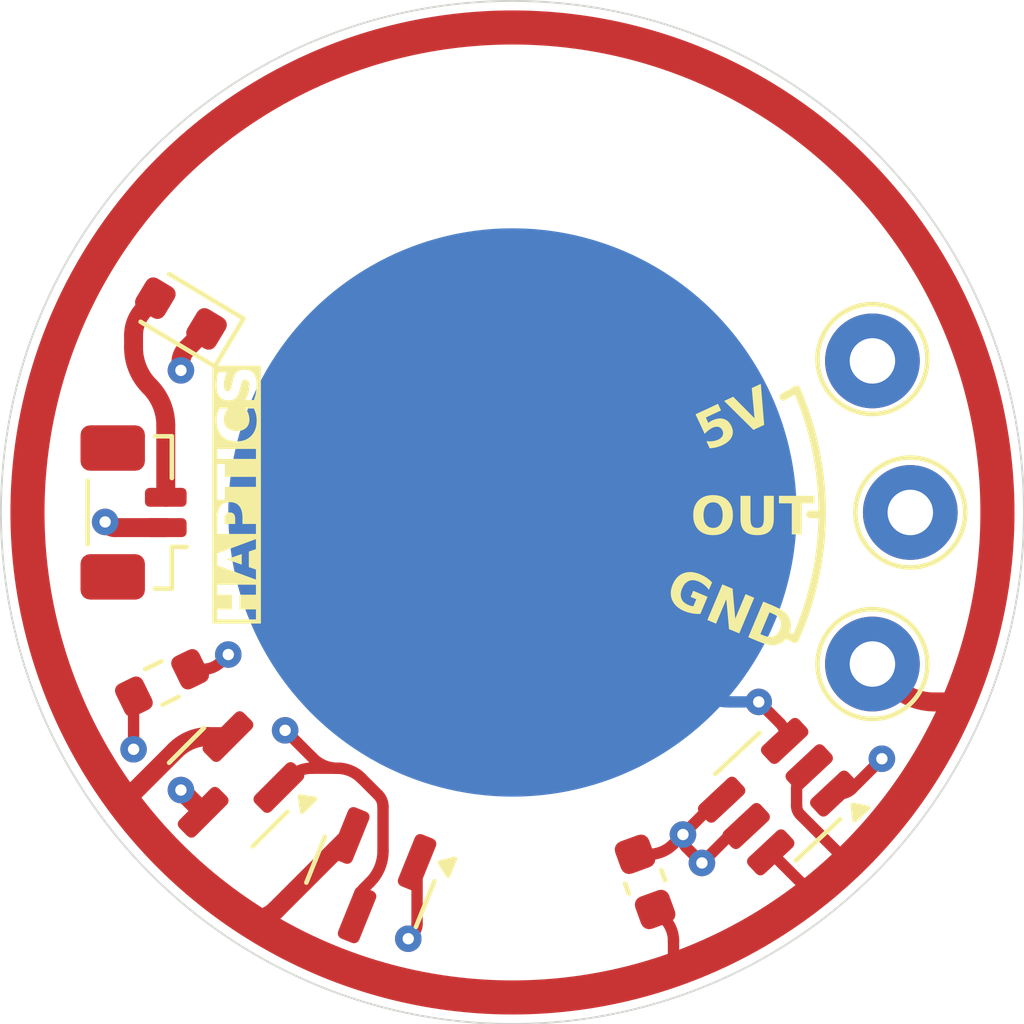
<source format=kicad_pcb>
(kicad_pcb (version 20241229) (generator "pcbnew") (generator_version "9.0")
  (layers (0 "F.Cu" signal) (4 "In1.Cu" signal) (6 "In2.Cu" signal) (2 "B.Cu" signal) (13 "F.Paste" user) (15 "B.Paste" user) (5 "F.SilkS" user "F.Silkscreen") (7 "B.SilkS" user "B.Silkscreen") (1 "F.Mask" user) (3 "B.Mask" user) (25 "Edge.Cuts" user))
  (net 0 "")
  (net 1 "+5V")
  (net 2 "GND")
  (net 3 "/Output")
  (net 4 "/Sens")
  (net 5 "Net-(Q1-G)")
  (net 6 "Net-(D1-A)")
  (net 7 "Net-(D1-K)")
  (footprint "Capacitor_SMD:C_0603_1608Metric" (layer "F.Cu") (at 158.5 117 -70)
    (property "Reference" "C2" (hide yes))
    (property "Value" "100n")
    (fp_line (start -0.14058 0.51) (end 0.14058 0.51) (stroke (width 0.12)) (layer "F.SilkS"))
    (fp_line (start -0.14058 -0.51) (end 0.14058 -0.51) (stroke (width 0.12)) (layer "F.SilkS"))
    (pad "1" smd roundrect (at -0.775 -0.000001 290) (size 0.9 0.95) (layers "F.Cu" "F.Mask" "F.Paste") (net 1 "+5V"))
    (pad "2" smd roundrect (at 0.775 0.000001 290) (size 0.9 0.95) (layers "F.Cu" "F.Mask" "F.Paste") (net 2 "GND"))
  )
  (footprint "MountingHole:MountingHole_2.2mm_M2_ISO7380" (layer "F.Cu") (at 155 117.75)
    (property "Reference" "H2" (hide yes))
    (property "Value" "MountingHole")
    (pad "" np_thru_hole circle (at 0 0) (size 2.2 2.2) (drill 2.2) (layers "*.Cu" "*.Mask"))
  )
  (footprint "TestPoint:TestPoint_THTPad_D2.5mm_Drill1.2mm" (layer "F.Cu") (at 164.5 111.25)
    (property "Reference" "TP3" (hide yes))
    (property "Value" "TestPoint")
    (fp_circle (center 0 0) (end 0 1.450001) (stroke (width 0.12)) (fill no) (layer "F.SilkS"))
    (pad "1" thru_hole circle (at 0 0) (size 2.5 2.5) (drill 1.2) (layers "*.Cu" "*.Mask") (net 2 "GND"))
  )
  (footprint "TestPoint:TestPoint_THTPad_D2.5mm_Drill1.2mm" (layer "F.Cu") (at 164.5 103.2)
    (property "Reference" "TP1" (hide yes))
    (property "Value" "TestPoint")
    (fp_circle (center 0 0) (end 0 1.45) (stroke (width 0.12)) (fill no) (layer "F.SilkS"))
    (pad "1" thru_hole circle (at 0 0.05) (size 2.5 2.5) (drill 1.2) (layers "*.Cu" "*.Mask") (net 1 "+5V"))
  )
  (footprint "Resistor_SMD:R_0603_1608Metric" (layer "F.Cu") (at 145.75 111.75 -154)
    (property "Reference" "R1" (hide yes))
    (property "Value" "2k")
    (fp_line (start -0.237258 0.5225) (end 0.237258 0.5225) (stroke (width 0.12)) (layer "F.SilkS"))
    (fp_line (start -0.237258 -0.5225) (end 0.237258 -0.5225) (stroke (width 0.12)) (layer "F.SilkS"))
    (pad "1" smd roundrect (at -0.825 0 206) (size 0.8 0.95) (layers "F.Cu" "F.Mask" "F.Paste") (net 1 "+5V"))
    (pad "2" smd roundrect (at 0.825 0 206) (size 0.8 0.95) (layers "F.Cu" "F.Mask" "F.Paste") (net 5 "Net-(Q1-G)"))
  )
  (footprint "Package_TO_SOT_SMD:SOT-23" (layer "F.Cu") (at 147.5 114.5 -135)
    (property "Reference" "Q1" (hide yes))
    (property "Value" "BSS127S")
    (fp_line (start 0 1.560001) (end 0.65 1.56) (stroke (width 0.12)) (layer "F.SilkS"))
    (fp_line (start 0 1.560001) (end -0.649999 1.560001) (stroke (width 0.12)) (layer "F.SilkS"))
    (fp_line (start 0 -1.560001) (end 0.649999 -1.560001) (stroke (width 0.12)) (layer "F.SilkS"))
    (fp_line (start 0 -1.560001) (end -0.65 -1.56) (stroke (width 0.12)) (layer "F.SilkS"))
    (fp_poly (pts (xy -1.162501 -1.51) (xy -1.4025 -1.84) (xy -0.9225 -1.839999)) (stroke (width 0.12)) (fill yes) (layer "F.SilkS"))
    (pad "1" smd roundrect (at -0.9375 -0.95 225) (size 1.475 0.6) (layers "F.Cu" "F.Mask" "F.Paste") (net 5 "Net-(Q1-G)"))
    (pad "2" smd roundrect (at -0.937501 0.950001 225) (size 1.475 0.6) (layers "F.Cu" "F.Mask" "F.Paste") (net 2 "GND"))
    (pad "3" smd roundrect (at 0.9375 -0.000001 225) (size 1.475 0.6) (layers "F.Cu" "F.Mask" "F.Paste") (net 7 "Net-(D1-K)"))
  )
  (footprint "Package_TO_SOT_SMD:SOT-23-6" (layer "F.Cu") (at 162 114.75 -137)
    (property "Reference" "U1" (hide yes))
    (property "Value" "TTP223")
    (fp_line (start 0.000002 1.56) (end 0.800001 1.560001) (stroke (width 0.12)) (layer "F.SilkS"))
    (fp_line (start 0.000002 1.56) (end -0.800001 1.56) (stroke (width 0.12)) (layer "F.SilkS"))
    (fp_line (start -0.000002 -1.56) (end 0.800001 -1.56) (stroke (width 0.12)) (layer "F.SilkS"))
    (fp_line (start -0.000002 -1.56) (end -0.800001 -1.560001) (stroke (width 0.12)) (layer "F.SilkS"))
    (fp_poly (pts (xy -1.3 -1.509998) (xy -1.54 -1.839998) (xy -1.060001 -1.839999)) (stroke (width 0.12)) (fill yes) (layer "F.SilkS"))
    (pad "1" smd roundrect (at -1.137502 -0.949999 223) (size 1.325 0.6) (layers "F.Cu" "F.Mask" "F.Paste") (net 3 "/Output"))
    (pad "2" smd roundrect (at -1.1375 0 223) (size 1.325 0.6) (layers "F.Cu" "F.Mask" "F.Paste") (net 2 "GND"))
    (pad "3" smd roundrect (at -1.1375 0.950001 223) (size 1.325 0.6) (layers "F.Cu" "F.Mask" "F.Paste") (net 4 "/Sens"))
    (pad "4" smd roundrect (at 1.137502 0.949999 223) (size 1.325 0.6) (layers "F.Cu" "F.Mask" "F.Paste") (net 1 "+5V"))
    (pad "5" smd roundrect (at 1.1375 0 223) (size 1.325 0.6) (layers "F.Cu" "F.Mask" "F.Paste") (net 1 "+5V"))
    (pad "6" smd roundrect (at 1.1375 -0.950001 223) (size 1.325 0.6) (layers "F.Cu" "F.Mask" "F.Paste") (net 2 "GND"))
  )
  (footprint "TestPoint:TestPoint_THTPad_D2.5mm_Drill1.2mm" (layer "F.Cu") (at 165.5 107.25)
    (property "Reference" "TP2" (hide yes))
    (property "Value" "TestPoint")
    (fp_circle (center 0 0) (end 0 1.45) (stroke (width 0.12)) (fill no) (layer "F.SilkS"))
    (pad "1" thru_hole circle (at 0 0) (size 2.5 2.5) (drill 1.2) (layers "*.Cu" "*.Mask") (net 3 "/Output"))
  )
  (footprint "Diode_SMD:D_0603_1608Metric" (layer "F.Cu") (at 146.25 102 149)
    (property "Reference" "D1" (hide yes))
    (property "Value" "LED")
    (fp_line (start 0.8 -0.735001) (end -1.485 -0.735001) (stroke (width 0.12)) (layer "F.SilkS"))
    (fp_line (start -1.485 -0.735001) (end -1.485 0.734999) (stroke (width 0.12)) (layer "F.SilkS"))
    (fp_line (start -1.485 0.734999) (end 0.8 0.735) (stroke (width 0.12)) (layer "F.SilkS"))
    (pad "1" smd roundrect (at -0.7875 0 149) (size 0.875 0.95) (layers "F.Cu" "F.Mask" "F.Paste") (net 7 "Net-(D1-K)"))
    (pad "2" smd roundrect (at 0.7875 0 149) (size 0.875 0.95) (layers "F.Cu" "F.Mask" "F.Paste") (net 6 "Net-(D1-A)"))
  )
  (footprint "Package_TO_SOT_SMD:SOT-23" (layer "F.Cu") (at 151.25 117 -112)
    (property "Reference" "Q2" (hide yes))
    (property "Value" "BSS127S")
    (fp_line (start 0 1.56) (end 0.650001 1.56) (stroke (width 0.12)) (layer "F.SilkS"))
    (fp_line (start 0 1.56) (end -0.65 1.560001) (stroke (width 0.12)) (layer "F.SilkS"))
    (fp_line (start 0 -1.56) (end 0.65 -1.560001) (stroke (width 0.12)) (layer "F.SilkS"))
    (fp_line (start 0 -1.56) (end -0.650001 -1.56) (stroke (width 0.12)) (layer "F.SilkS"))
    (fp_poly (pts (xy -1.162499 -1.509998) (xy -1.4025 -1.84) (xy -0.9225 -1.84)) (stroke (width 0.12)) (fill yes) (layer "F.SilkS"))
    (pad "1" smd roundrect (at -0.937499 -0.95 248) (size 1.475 0.6) (layers "F.Cu" "F.Mask" "F.Paste") (net 3 "/Output"))
    (pad "2" smd roundrect (at -0.9375 0.95 248) (size 1.475 0.6) (layers "F.Cu" "F.Mask" "F.Paste") (net 2 "GND"))
    (pad "3" smd roundrect (at 0.9375 0 248) (size 1.475 0.6) (layers "F.Cu" "F.Mask" "F.Paste") (net 5 "Net-(Q1-G)"))
  )
  (footprint "Connector_JST:JST_SUR_BM02B-SURS-TF_1x02-1MP_P0.80mm_Vertical" (layer "F.Cu") (at 145 107.25 90)
    (property "Reference" "J1" (hide yes))
    (property "Value" "Conn_01x02_Socket")
    (fp_line (start -0.84 -1.21) (end 0.84 -1.21) (stroke (width 0.12)) (layer "F.SilkS"))
    (fp_line (start 2.01 0.56) (end 2.01 1.01) (stroke (width 0.12)) (layer "F.SilkS"))
    (fp_line (start -2.01 0.56) (end -2.01 1.01) (stroke (width 0.12)) (layer "F.SilkS"))
    (fp_line (start 2.01 1.01) (end 0.91 1.01) (stroke (width 0.12)) (layer "F.SilkS"))
    (fp_line (start -0.91 1.01) (end -0.91 1.4) (stroke (width 0.12)) (layer "F.SilkS"))
    (fp_line (start -2.01 1.01) (end -0.91 1.01) (stroke (width 0.12)) (layer "F.SilkS"))
    (pad "1" smd roundrect (at -0.4 0.85 90) (size 0.5 1.1) (layers "F.Cu" "F.Mask" "F.Paste") (net 1 "+5V"))
    (pad "2" smd roundrect (at 0.4 0.85 90) (size 0.5 1.1) (layers "F.Cu" "F.Mask" "F.Paste") (net 6 "Net-(D1-A)"))
    (pad "MP" smd roundrect (at -1.7 -0.55 90) (size 1.2 1.7) (layers "F.Cu" "F.Mask" "F.Paste") (roundrect_rratio 0.208333))
    (pad "MP" smd roundrect (at 1.7 -0.55 90) (size 1.2 1.7) (layers "F.Cu" "F.Mask" "F.Paste") (roundrect_rratio 0.208333))
  )
  (footprint "MountingHole:MountingHole_2.2mm_M2_ISO7380" (layer "F.Cu") (at 155 96.75)
    (property "Reference" "H1" (hide yes))
    (property "Value" "MountingHole")
    (pad "" np_thru_hole circle (at 0 0) (size 2.2 2.2) (drill 2.2) (layers "*.Cu" "*.Mask"))
  )
  (footprint "TouchSensor:TouchPad" (layer "B.Cu") (at 155 107.25 180)
    (property "Reference" "T1" (hide yes))
    (property "Value" "~")
    (pad "1" smd circle (at 0 0 180) (size 15 15) (layers "B.Cu" "B.Paste") (net 4 "/Sens"))
  )
  (gr_circle (center 155 107.25) (end 167.8 107.25) (stroke (width 0.9)) (fill no) (layer "F.Cu") (net 2))
  (gr_line (start 162.499999 104) (end 162.15 104.2) (stroke (width 0.2)) (layer "F.SilkS"))
  (gr_line (start 162.847462 107.301143) (end 163.173731 107.301133) (stroke (width 0.2)) (layer "F.SilkS"))
  (gr_arc (start 162.5 104) (mid 163.173731 107.301133) (end 162.458752 110.593578) (stroke (width 0.2)) (layer "F.SilkS"))
  (gr_line (start 162.458751 110.593578) (end 162.15 110.45) (stroke (width 0.2)) (layer "F.SilkS"))
  (gr_circle (center 155 107.25) (end 141.5 107.25) (stroke (width 0.05)) (fill no) (layer "Edge.Cuts"))
  (gr_text "GND\n" (at 158.9 109.75 337.2) (layer "F.SilkS") (effects (font (size 1 1) (thickness 0.1)) (justify left bottom)))
  (gr_text "HAPTICS\n" (at 148.4 110.2 90) (layer "F.SilkS" knockout) (effects (font (size 1 1) (thickness 0.1)) (justify left bottom)))
  (gr_text "5V" (at 160.2 105.8 25) (layer "F.SilkS") (effects (font (size 1 1) (thickness 0.1)) (justify left bottom)))
  (gr_text "OUT" (at 159.7 108 0) (layer "F.SilkS") (effects (font (size 1 1) (thickness 0.1)) (justify left bottom)))
  (segment (start 146.837055 111.388344) (end 146.491505 111.388344) (width 0.3) (layer "F.Cu") (net 1))
  (segment (start 144.325 107.575) (end 144.25 107.5) (width 0.5) (layer "F.Cu") (net 1))
  (segment (start 159.5 115.75) (end 159.239131 116.010869) (width 0.3) (layer "F.Cu") (net 1))
  (segment (start 147.5 111) (end 147.305828 111.194172) (width 0.3) (layer "F.Cu") (net 1))
  (segment (start 159.5 115.75) (end 160.38324 114.866759) (width 0.3) (layer "F.Cu") (net 1))
  (segment (start 144.506066 107.65) (end 145.85 107.65) (width 0.5) (layer "F.Cu") (net 1))
  (segment (start 159.588388 116.088388) (end 160 116.5) (width 0.3) (layer "F.Cu") (net 1))
  (segment (start 161.071156 115.525773) (end 161.168085 115.525773) (width 0.3) (layer "F.Cu") (net 1))
  (segment (start 159.5 115.75) (end 159.5 115.875) (width 0.3) (layer "F.Cu") (net 1))
  (segment (start 158.609337 116.271738) (end 158.234935 116.271738) (width 0.3) (layer "F.Cu") (net 1))
  (segment (start 160.469598 114.830989) (end 160.520186 114.830989) (width 0.3) (layer "F.Cu") (net 1))
  (segment (start 160.905687 115.594312) (end 160 116.5) (width 0.3) (layer "F.Cu") (net 1))
  (via (at 147.5 111) (size 0.7) (drill 0.3) (layers "F.Cu" "B.Cu") (net 1))
  (via (at 144.25 107.5) (size 0.7) (drill 0.3) (layers "F.Cu" "B.Cu") (net 1))
  (via (at 160 116.5) (size 0.7) (drill 0.3) (layers "F.Cu" "B.Cu") (net 1))
  (via (at 159.5 115.75) (size 0.7) (drill 0.3) (layers "F.Cu" "B.Cu") (net 1))
  (arc (start 146.837055 111.388344) (mid 147.090753 111.33788) (end 147.305828 111.194172) (width 0.3) (layer "F.Cu") (net 1))
  (arc (start 160.38324 114.866759) (mid 160.422861 114.840285) (end 160.469598 114.830989) (width 0.3) (layer "F.Cu") (net 1))
  (arc (start 159.5 115.875) (mid 159.522971 115.990484) (end 159.588388 116.088388) (width 0.3) (layer "F.Cu") (net 1))
  (arc (start 144.325 107.575) (mid 144.408073 107.630508) (end 144.506066 107.65) (width 0.5) (layer "F.Cu") (net 1))
  (arc (start 159.239131 116.010869) (mid 158.950179 116.20394) (end 158.609337 116.271738) (width 0.3) (layer "F.Cu") (net 1))
  (arc (start 160.905687 115.594312) (mid 160.981605 115.543585) (end 161.071156 115.525773) (width 0.3) (layer "F.Cu") (net 1))
  (segment (start 162.599261 115.229323) (end 163.823954 116.454016) (width 0.3) (layer "F.Cu") (net 2))
  (segment (start 166.125 112.25) (end 166.75 112.25) (width 0.5) (layer "F.Cu") (net 2))
  (segment (start 159.007532 117.970729) (end 158.765065 117.728262) (width 0.3) (layer "F.Cu") (net 2))
  (segment (start 148.758746 117.736511) (end 150.720369 115.774889) (width 0.5) (layer "F.Cu") (net 2))
  (segment (start 162.966262 117.370838) (end 161.815984 116.22056) (width 0.3) (layer "F.Cu") (net 2))
  (segment (start 159.25 118.556097) (end 159.25 119.5) (width 0.3) (layer "F.Cu") (net 2))
  (segment (start 162.49885 114.542804) (end 162.49885 114.98691) (width 0.3) (layer "F.Cu") (net 2))
  (segment (start 144.791441 114.841344) (end 146.105514 113.527271) (width 0.5) (layer "F.Cu") (net 2))
  (segment (start 146.979306 113.165335) (end 147.491161 113.165335) (width 0.5) (layer "F.Cu") (net 2))
  (segment (start 162.665382 114.140759) (end 162.831915 113.974227) (width 0.3) (layer "F.Cu") (net 2))
  (segment (start 165.058058 111.808058) (end 164.5 111.25) (width 0.5) (layer "F.Cu") (net 2))
  (segment (start 147.486511 117.736511) (end 144.791441 115.041441) (width 0.5) (layer "F.Cu") (net 2))
  (segment (start 163.823954 116.676045) (end 163.033737 117.466262) (width 0.3) (layer "F.Cu") (net 2))
  (arc (start 163.869938 116.565031) (mid 163.857987 116.50495) (end 163.823954 116.454016) (width 0.3) (layer "F.Cu") (net 2))
  (arc (start 162.599261 115.229323) (mid 162.524946 115.118103) (end 162.49885 114.98691) (width 0.3) (layer "F.Cu") (net 2))
  (arc (start 147.486511 117.736511) (mid 147.778364 117.931521) (end 148.122629 118) (width 0.5) (layer "F.Cu") (net 2))
  (arc (start 163 117.452288) (mid 162.991231 117.408207) (end 162.966262 117.370838) (width 0.3) (layer "F.Cu") (net 2))
  (arc (start 148.758746 117.736511) (mid 148.466893 117.931521) (end 148.122629 118) (width 0.5) (layer "F.Cu") (net 2))
  (arc (start 162.49885 114.542804) (mid 162.54213 114.325219) (end 162.665382 114.140759) (width 0.3) (layer "F.Cu") (net 2))
  (arc (start 163 117.452288) (mid 163.012199 117.470546) (end 163.033737 117.466262) (width 0.3) (layer "F.Cu") (net 2))
  (arc (start 159.007532 117.970729) (mid 159.186984 118.239298) (end 159.25 118.556097) (width 0.3) (layer "F.Cu") (net 2))
  (arc (start 144.75 114.941393) (mid 144.76077 114.995538) (end 144.791441 115.041441) (width 0.5) (layer "F.Cu") (net 2))
  (arc (start 165.058058 111.808058) (mid 165.547575 112.135143) (end 166.125 112.25) (width 0.5) (layer "F.Cu") (net 2))
  (arc (start 144.791441 114.841344) (mid 144.76077 114.887247) (end 144.75 114.941393) (width 0.5) (layer "F.Cu") (net 2))
  (arc (start 146.979306 113.165335) (mid 146.506413 113.259399) (end 146.105514 113.527271) (width 0.5) (layer "F.Cu") (net 2))
  (arc (start 163.823954 116.676045) (mid 163.857987 116.625111) (end 163.869938 116.565031) (width 0.3) (layer "F.Cu") (net 2))
  (segment (start 152.25 118.5) (end 152.366009 118.383991) (width 0.3) (layer "F.Cu") (net 3))
  (segment (start 152.482018 118.10392) (end 152.482018 116.486642) (width 0.3) (layer "F.Cu") (net 3))
  (segment (start 163.955148 114.544851) (end 164.75 113.75) (width 0.3) (layer "F.Cu") (net 3))
  (segment (start 163.655401 114.669011) (end 163.479814 114.669011) (width 0.3) (layer "F.Cu") (net 3))
  (via (at 164.75 113.75) (size 0.7) (drill 0.3) (layers "F.Cu" "B.Cu") (net 3))
  (via (at 152.25 118.5) (size 0.7) (drill 0.3) (layers "F.Cu" "B.Cu") (net 3))
  (arc (start 152.482018 118.10392) (mid 152.451868 118.255493) (end 152.366009 118.383991) (width 0.3) (layer "F.Cu") (net 3))
  (arc (start 163.955148 114.544851) (mid 163.817623 114.636742) (end 163.655401 114.669011) (width 0.3) (layer "F.Cu") (net 3))
  (segment (start 162.06189 112.81189) (end 161.5 112.25) (width 0.3) (layer "F.Cu") (net 4))
  (segment (start 162.184016 113.106728) (end 162.184016 113.27944) (width 0.3) (layer "F.Cu") (net 4))
  (via (at 161.5 112.25) (size 0.7) (drill 0.3) (layers "F.Cu" "B.Cu") (net 4))
  (arc (start 162.184016 113.106728) (mid 162.152276 112.947162) (end 162.06189 112.81189) (width 0.3) (layer "F.Cu") (net 4))
  (segment (start 159.469669 111.719669) (end 155 107.25) (width 0.3) (layer "B.Cu") (net 4))
  (segment (start 160.75 112.25) (end 161.5 112.25) (width 0.3) (layer "B.Cu") (net 4))
  (arc (start 160.75 112.25) (mid 160.05709 112.112171) (end 159.469669 111.719669) (width 0.3) (layer "B.Cu") (net 4))
  (segment (start 145 112.126157) (end 145 113.5) (width 0.3) (layer "F.Cu") (net 5))
  (segment (start 150.898806 117.610214) (end 150.898806 117.869235) (width 0.3) (layer "F.Cu") (net 5))
  (segment (start 151.583461 116.182414) (end 151.583461 115.014264) (width 0.3) (layer "F.Cu") (net 5))
  (segment (start 149 113) (end 149.734834 113.734834) (width 0.3) (layer "F.Cu") (net 5))
  (segment (start 151.241133 117.008866) (end 151.08196 117.168038) (width 0.3) (layer "F.Cu") (net 5))
  (segment (start 149.089083 114.254419) (end 148.834664 114.508839) (width 0.3) (layer "F.Cu") (net 5))
  (segment (start 150.375 114) (end 149.703306 114) (width 0.3) (layer "F.Cu") (net 5))
  (segment (start 145.004247 112.115903) (end 145.008495 112.111656) (width 0.3) (layer "F.Cu") (net 5))
  (segment (start 151.455614 114.705614) (end 151.015165 114.265165) (width 0.3) (layer "F.Cu") (net 5))
  (via (at 145 113.5) (size 0.7) (drill 0.3) (layers "F.Cu" "B.Cu") (net 5))
  (via (at 149 113) (size 0.7) (drill 0.3) (layers "F.Cu" "B.Cu") (net 5))
  (arc (start 150.375 114) (mid 150.028544 113.931085) (end 149.734834 113.734834) (width 0.3) (layer "F.Cu") (net 5))
  (arc (start 150.375 114) (mid 150.721454 114.068914) (end 151.015165 114.265165) (width 0.3) (layer "F.Cu") (net 5))
  (arc (start 150.375 114) (mid 150.721454 114.068914) (end 151.015165 114.265165) (width 0.3) (layer "F.Cu") (net 5))
  (arc (start 149.089083 114.254419) (mid 149.370891 114.066121) (end 149.703306 114) (width 0.3) (layer "F.Cu") (net 5))
  (arc (start 151.583461 115.014264) (mid 151.550235 114.847224) (end 151.455614 114.705614) (width 0.3) (layer "F.Cu") (net 5))
  (arc (start 145.004247 112.115903) (mid 145.001103 112.120607) (end 145 112.126157) (width 0.3) (layer "F.Cu") (net 5))
  (arc (start 150.375 114) (mid 150.375 114) (end 150.375 114) (width 0.3) (layer "F.Cu") (net 5))
  (arc (start 151.08196 117.168038) (mid 150.946406 117.37091) (end 150.898806 117.610214) (width 0.3) (layer "F.Cu") (net 5))
  (arc (start 151.583461 116.182414) (mid 151.494492 116.629686) (end 151.241133 117.008866) (width 0.3) (layer "F.Cu") (net 5))
  (segment (start 145 102.898959) (end 145 102.575961) (width 0.5) (layer "F.Cu") (net 6))
  (segment (start 145.28749 101.881898) (end 145.574981 101.594408) (width 0.5) (layer "F.Cu") (net 6))
  (segment (start 145.85 104.95104) (end 145.85 106.85) (width 0.5) (layer "F.Cu") (net 6))
  (arc (start 145.425 103.925) (mid 145.739546 104.395751) (end 145.85 104.95104) (width 0.5) (layer "F.Cu") (net 6))
  (arc (start 145.28749 101.881898) (mid 145.074716 102.200337) (end 145 102.575961) (width 0.5) (layer "F.Cu") (net 6))
  (arc (start 145 102.898959) (mid 145.110453 103.454248) (end 145.425 103.925) (width 0.5) (layer "F.Cu") (net 6))
  (segment (start 146.398276 102.932334) (end 146.925019 102.405592) (width 0.5) (layer "F.Cu") (net 7))
  (segment (start 146.25 103.5) (end 146.25 103.290305) (width 0.5) (layer "F.Cu") (net 7))
  (segment (start 146.25 114.575825) (end 146.837088 115.162913) (width 0.5) (layer "F.Cu") (net 7))
  (via (at 146.25 114.575825) (size 0.7) (drill 0.3) (layers "F.Cu" "B.Cu") (net 7))
  (via (at 146.25 103.5) (size 0.7) (drill 0.3) (layers "F.Cu" "B.Cu") (net 7))
  (arc (start 146.398276 102.932334) (mid 146.288535 103.096572) (end 146.25 103.290305) (width 0.5) (layer "F.Cu") (net 7))
)
</source>
